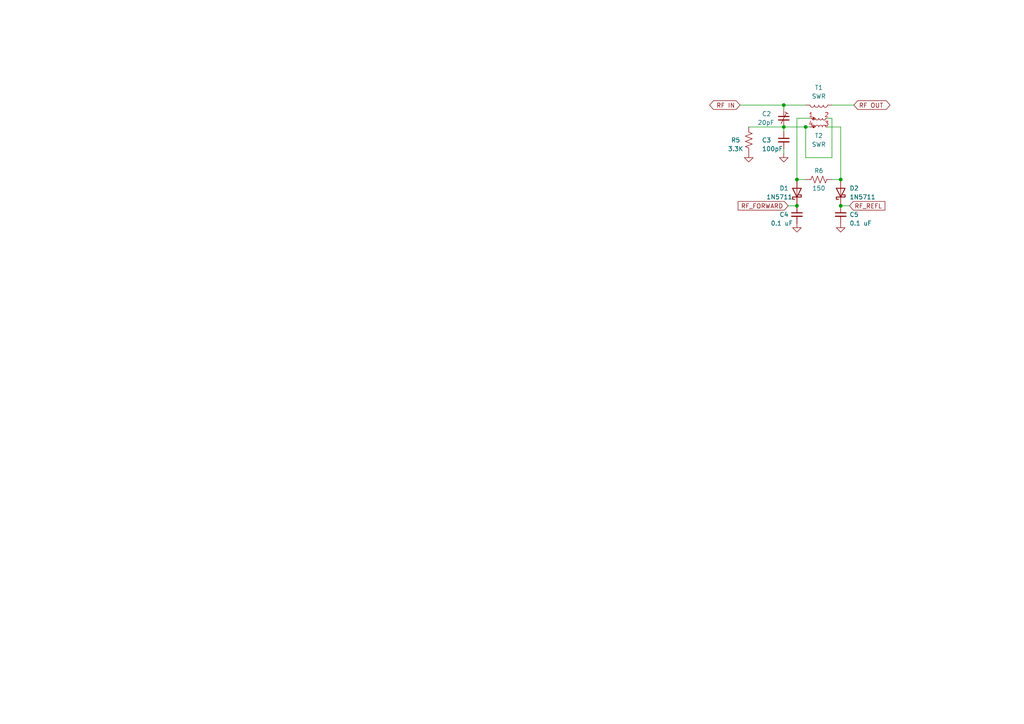
<source format=kicad_sch>
(kicad_sch (version 20230121) (generator eeschema)
  (paper "A4")
  (lib_symbols
    (symbol "Device:C_Small" (pin_numbers hide) (pin_names (offset 0.254) hide)
      (property "Reference" "C" (at 0.254 1.778 0))
      (property "Value" "C_Small" (at 0.254 -2.032 0))
      (symbol "C_Small_0_1"
        (polyline (pts (xy -1.524 -0.508) (xy 1.524 -0.508)) (stroke (width 0.3302)))
        (polyline (pts (xy -1.524 0.508) (xy 1.524 0.508)) (stroke (width 0.3048)))
      )
      (symbol "C_Small_1_1"
        (pin passive line (at 0 2.54 270) (length 2.032) (name "~") (number "1"))
        (pin passive line (at 0 -2.54 90) (length 2.032) (name "~") (number "2"))
      )
    )
    (symbol "Device:C_Trim_Small" (pin_numbers hide) (pin_names (offset 0.254) hide)
      (property "Reference" "C" (at 1.524 -2.032 0))
      (property "Value" "C_Trim_Small" (at 3.048 -3.556 0))
      (symbol "C_Trim_Small_0_1"
        (polyline (pts (xy -1.524 -0.508) (xy 1.524 -0.508)) (stroke (width 0.3048)))
        (polyline (pts (xy -1.524 0.508) (xy 1.524 0.508)) (stroke (width 0.3048)))
        (polyline (pts (xy 0.762 1.524) (xy -0.762 -1.524)) (stroke (width 0.1778)))
        (polyline (pts (xy 1.27 1.27) (xy 0.381 1.778)) (stroke (width 0.1778)))
      )
      (symbol "C_Trim_Small_1_1"
        (pin passive line (at 0 2.54 270) (length 2.032) (name "~") (number "1"))
        (pin passive line (at 0 -2.54 90) (length 2.032) (name "~") (number "2"))
      )
    )
    (symbol "Device:L" (pin_numbers hide) (pin_names (offset 1.016) hide)
      (property "Reference" "L" (at -1.27 0 90))
      (property "Value" "L" (at 1.905 0 90))
      (symbol "L_0_1"
        (arc (start 0 -2.54) (mid 0.6323 -1.905) (end 0 -1.27))
        (arc (start 0 -1.27) (mid 0.6323 -0.635) (end 0 0))
        (arc (start 0 0) (mid 0.6323 0.635) (end 0 1.27))
        (arc (start 0 1.27) (mid 0.6323 1.905) (end 0 2.54))
      )
      (symbol "L_1_1"
        (pin passive line (at 0 3.81 270) (length 1.27) (name "1") (number "1"))
        (pin passive line (at 0 -3.81 90) (length 1.27) (name "2") (number "2"))
      )
    )
    (symbol "Device:L_Coupled_Small_1243" (pin_names (offset 0.254) hide)
      (property "Reference" "L" (at 0 3.175 0))
      (property "Value" "L_Coupled_Small_1243" (at 0 -3.175 0))
      (symbol "L_Coupled_Small_1243_0_1"
        (arc (start -2.032 1.27) (mid -1.524 0.7642) (end -1.016 1.27))
        (circle (center -1.524 -1.27) (radius 0.254) (fill (type outline)))
        (circle (center -1.524 1.27) (radius 0.254) (fill (type outline)))
        (arc (start -1.016 -1.27) (mid -1.524 -0.7642) (end -2.032 -1.27))
        (arc (start -1.016 1.27) (mid -0.508 0.7642) (end 0 1.27))
        (arc (start 0 -1.27) (mid -0.508 -0.7642) (end -1.016 -1.27))
        (arc (start 0 1.27) (mid 0.508 0.7642) (end 1.016 1.27))
        (arc (start 1.016 -1.27) (mid 0.508 -0.7642) (end 0 -1.27))
        (arc (start 1.016 1.27) (mid 1.524 0.7642) (end 2.032 1.27))
        (arc (start 2.032 -1.27) (mid 1.524 -0.7642) (end 1.016 -1.27))
      )
      (symbol "L_Coupled_Small_1243_1_1"
        (pin passive line (at -2.54 1.27 0) (length 0.508) (name "1") (number "1"))
        (pin passive line (at 2.54 1.27 180) (length 0.508) (name "2") (number "2"))
        (pin passive line (at 2.54 -1.27 180) (length 0.508) (name "3") (number "3"))
        (pin passive line (at -2.54 -1.27 0) (length 0.508) (name "4") (number "4"))
      )
    )
    (symbol "Device:R_US" (pin_numbers hide) (pin_names (offset 0))
      (property "Reference" "R" (at 2.54 0 90))
      (property "Value" "R_US" (at -2.54 0 90))
      (symbol "R_US_0_1"
        (polyline (pts (xy 0 -2.286) (xy 0 -2.54)))
        (polyline (pts (xy 0 2.286) (xy 0 2.54)))
        (polyline (pts (xy 0 -0.762) (xy 1.016 -1.143) (xy 0 -1.524) (xy -1.016 -1.905) (xy 0 -2.286)))
        (polyline (pts (xy 0 0.762) (xy 1.016 0.381) (xy 0 0) (xy -1.016 -0.381) (xy 0 -0.762)))
        (polyline (pts (xy 0 2.286) (xy 1.016 1.905) (xy 0 1.524) (xy -1.016 1.143) (xy 0 0.762)))
      )
      (symbol "R_US_1_1"
        (pin passive line (at 0 3.81 270) (length 1.27) (name "~") (number "1"))
        (pin passive line (at 0 -3.81 90) (length 1.27) (name "~") (number "2"))
      )
    )
    (symbol "Diode:1N5711" (pin_numbers hide) (pin_names (offset 1.016) hide)
      (property "Reference" "D" (at 0 2.54 0))
      (property "Value" "1N5711" (at 0 -2.54 0))
      (symbol "1N5711_0_1"
        (polyline (pts (xy 1.27 0) (xy -1.27 0)))
        (polyline (pts (xy 1.27 1.27) (xy 1.27 -1.27) (xy -1.27 0) (xy 1.27 1.27)) (stroke (width 0.254)))
        (polyline (pts (xy -1.905 0.635) (xy -1.905 1.27) (xy -1.27 1.27) (xy -1.27 -1.27) (xy -0.635 -1.27) (xy -0.635 -0.635)) (stroke (width 0.254)))
      )
      (symbol "1N5711_1_1"
        (pin passive line (at -3.81 0 0) (length 2.54) (name "K") (number "1"))
        (pin passive line (at 3.81 0 180) (length 2.54) (name "A") (number "2"))
      )
    )
    (symbol "power:GND" (power) (pin_names (offset 0))
      (property "Value" "GND" (at 0 -3.81 0))
      (symbol "GND_0_1"
        (polyline (pts (xy 0 0) (xy 0 -1.27) (xy 1.27 -1.27) (xy 0 -2.54) (xy -1.27 -1.27) (xy 0 -1.27)))
      )
      (symbol "GND_1_1"
        (pin power_in line (at 0 0 270) (length 0) hide (name "GND") (number "1"))
      )
    )
  )
  (junction (at 227.33 30.48))
  (junction (at 231.14 52.07))
  (junction (at 227.33 36.83))
  (junction (at 243.84 59.69))
  (junction (at 243.84 52.07))
  (junction (at 231.14 59.69))
  (junction (at 233.68 36.83))
  (wire (pts (xy 227.33 44.45) (xy 227.33 43.18)))
  (wire (pts (xy 234.95 34.29) (xy 231.14 34.29)))
  (wire (pts (xy 217.17 36.83) (xy 227.33 36.83)))
  (wire (pts (xy 228.6 59.69) (xy 231.14 59.69)))
  (wire (pts (xy 227.33 38.1) (xy 227.33 36.83)))
  (wire (pts (xy 240.03 34.29) (xy 241.3 34.29)))
  (wire (pts (xy 214.63 30.48) (xy 227.33 30.48)))
  (wire (pts (xy 233.68 45.72) (xy 233.68 36.83)))
  (wire (pts (xy 231.14 34.29) (xy 231.14 52.07)))
  (wire (pts (xy 241.3 30.48) (xy 247.65 30.48)))
  (wire (pts (xy 243.84 52.07) (xy 241.3 52.07)))
  (wire (pts (xy 241.3 34.29) (xy 241.3 45.72)))
  (wire (pts (xy 227.33 30.48) (xy 227.33 31.75)))
  (wire (pts (xy 233.68 36.83) (xy 234.95 36.83)))
  (wire (pts (xy 227.33 30.48) (xy 233.68 30.48)))
  (wire (pts (xy 241.3 45.72) (xy 233.68 45.72)))
  (wire (pts (xy 243.84 36.83) (xy 243.84 52.07)))
  (wire (pts (xy 240.03 36.83) (xy 243.84 36.83)))
  (wire (pts (xy 243.84 59.69) (xy 246.38 59.69)))
  (wire (pts (xy 227.33 36.83) (xy 233.68 36.83)))
  (wire (pts (xy 231.14 52.07) (xy 233.68 52.07)))
  (global_label "RF_FORWARD" (shape input) (at 228.6 59.69 180) (property "Intersheetrefs" "${INTERSHEET_REFS}" (effects hide)))
  (global_label "RF OUT" (shape bidirectional) (at 247.65 30.48 0) (property "Intersheetrefs" "${INTERSHEET_REFS}" (effects hide)))
  (global_label "RF IN" (shape bidirectional) (at 214.63 30.48 180) (property "Intersheetrefs" "${INTERSHEET_REFS}" (effects hide)))
  (global_label "RF_REFL" (shape input) (at 246.38 59.69 0) (property "Intersheetrefs" "${INTERSHEET_REFS}" (effects hide)))
  (symbol (lib_id "Device:L_Coupled_Small_1243") (at 237.49 35.56 0) (unit 1)
    (property "Reference" "T2" (at 237.49 39.37 0))
    (property "Value" "SWR" (at 237.49 41.91 0))
  )
  (symbol (lib_id "Device:C_Small") (at 231.14 62.23 0) (unit 1)
    (property "Reference" "C4" (at 226.06 62.23 0) (effects (justify left)))
    (property "Value" "0.1 uF" (at 223.52 64.77 0) (effects (justify left)))
    (property "Footprint" "Capacitor_THT:C_Disc_D4.7mm_W2.5mm_P5.00mm" (effects hide))
    (instances (project "acorn" (path "" (reference "C4") (unit 1)) (path "" (reference "C29") (unit 1))))
  )
  (symbol (lib_id "Device:R_US") (at 217.17 40.64 180) (unit 1)
    (property "Reference" "R5" (at 213.36 40.64 0))
    (property "Value" "3.3K" (at 213.36 43.18 0))
    (property "Footprint" "Resistor_THT:R_Axial_DIN0204_L3.6mm_D1.6mm_P5.08mm_Vertical" (effects hide))
    (instances (project "acorn" (path "" (reference "R5") (unit 1)) (path "" (reference "R40") (unit 1))))
  )
  (symbol (lib_id "Device:C_Trim_Small") (at 227.33 34.29 0) (unit 1)
    (property "Reference" "C2" (at 220.98 33.02 0) (effects (justify left)))
    (property "Value" "20pF" (at 219.71 35.56 0) (effects (justify left)))
    (instances (project "acorn" (path "" (reference "C2") (unit 1)) (path "" (reference "C27") (unit 1))))
  )
  (symbol (lib_id "Device:L") (at 237.49 30.48 270) (unit 1)
    (property "Reference" "T1" (at 237.49 25.4 90))
    (property "Value" "SWR" (at 237.49 27.94 90))
  )
  (symbol (lib_id "Device:C_Small") (at 227.33 40.64 0) (unit 1)
    (property "Reference" "C3" (at 220.98 40.64 0) (effects (justify left)))
    (property "Value" "100pF" (at 220.98 43.18 0) (effects (justify left)))
    (property "Footprint" "Capacitor_THT:C_Disc_D4.7mm_W2.5mm_P5.00mm" (effects hide))
    (instances (project "acorn" (path "" (reference "C3") (unit 1)) (path "" (reference "C28") (unit 1))))
  )
  (symbol (lib_id "power:GND") (at 217.17 44.45 0) (unit 1)
    (property "Reference" "#GND05" (effects hide))
    (property "Value" "GND" (effects hide))
    (instances (project "acorn" (path "" (reference "#GND05") (unit 1)) (path "" (reference "#GND054") (unit 1))))
  )
  (symbol (lib_id "Diode:1N5711") (at 243.84 55.88 90) (unit 1)
    (property "Reference" "D2" (at 246.38 54.61 90) (effects (justify right)))
    (property "Value" "1N5711" (at 246.38 57.15 90) (effects (justify right)))
    (property "Footprint" "Diode_THT:D_DO-35_SOD27_P7.62mm_Horizontal" (effects hide))
    (property "Datasheet" "https://www.microsemi.com/document-portal/doc_download/8865-lds-0040-datasheet" (effects hide))
    (instances (project "acorn" (path "" (reference "D2") (unit 1)) (path "" (reference "D7") (unit 1))))
  )
  (symbol (lib_id "power:GND") (at 231.14 64.77 0) (unit 1)
    (property "Reference" "#GND07" (effects hide))
    (property "Value" "GND" (effects hide))
    (instances (project "acorn" (path "" (reference "#GND07") (unit 1)) (path "" (reference "#GND056") (unit 1))))
  )
  (symbol (lib_id "Diode:1N5711") (at 231.14 55.88 90) (unit 1)
    (property "Reference" "D1" (at 226.06 54.61 90) (effects (justify right)))
    (property "Value" "1N5711" (at 222.25 57.15 90) (effects (justify right)))
    (property "Footprint" "Diode_THT:D_DO-35_SOD27_P7.62mm_Horizontal" (effects hide))
    (property "Datasheet" "https://www.microsemi.com/document-portal/doc_download/8865-lds-0040-datasheet" (effects hide))
    (instances (project "acorn" (path "" (reference "D1") (unit 1)) (path "" (reference "D6") (unit 1))))
  )
  (symbol (lib_id "Device:R_US") (at 237.49 52.07 90) (unit 1)
    (property "Reference" "R6" (at 237.49 49.53 90))
    (property "Value" "150" (at 237.49 54.61 90))
    (property "Footprint" "Resistor_THT:R_Axial_DIN0204_L3.6mm_D1.6mm_P5.08mm_Vertical" (effects hide))
    (instances (project "acorn" (path "" (reference "R6") (unit 1)) (path "" (reference "R41") (unit 1))))
  )
  (symbol (lib_id "power:GND") (at 243.84 64.77 0) (unit 1)
    (property "Reference" "#GND08" (effects hide))
    (property "Value" "GND" (effects hide))
    (instances (project "acorn" (path "" (reference "#GND08") (unit 1)) (path "" (reference "#GND057") (unit 1))))
  )
  (symbol (lib_id "Device:C_Small") (at 243.84 62.23 0) (unit 1)
    (property "Reference" "C5" (at 246.38 62.23 0) (effects (justify left)))
    (property "Value" "0.1 uF" (at 246.38 64.77 0) (effects (justify left)))
    (property "Footprint" "Capacitor_THT:C_Disc_D4.7mm_W2.5mm_P5.00mm" (effects hide))
    (instances (project "acorn" (path "" (reference "C5") (unit 1)) (path "" (reference "C30") (unit 1))))
  )
  (symbol (lib_id "power:GND") (at 227.33 44.45 0) (unit 1)
    (property "Reference" "#GND06" (effects hide))
    (property "Value" "GND" (effects hide))
    (instances (project "acorn" (path "" (reference "#GND06") (unit 1)) (path "" (reference "#GND055") (unit 1))))
  )
)
</source>
